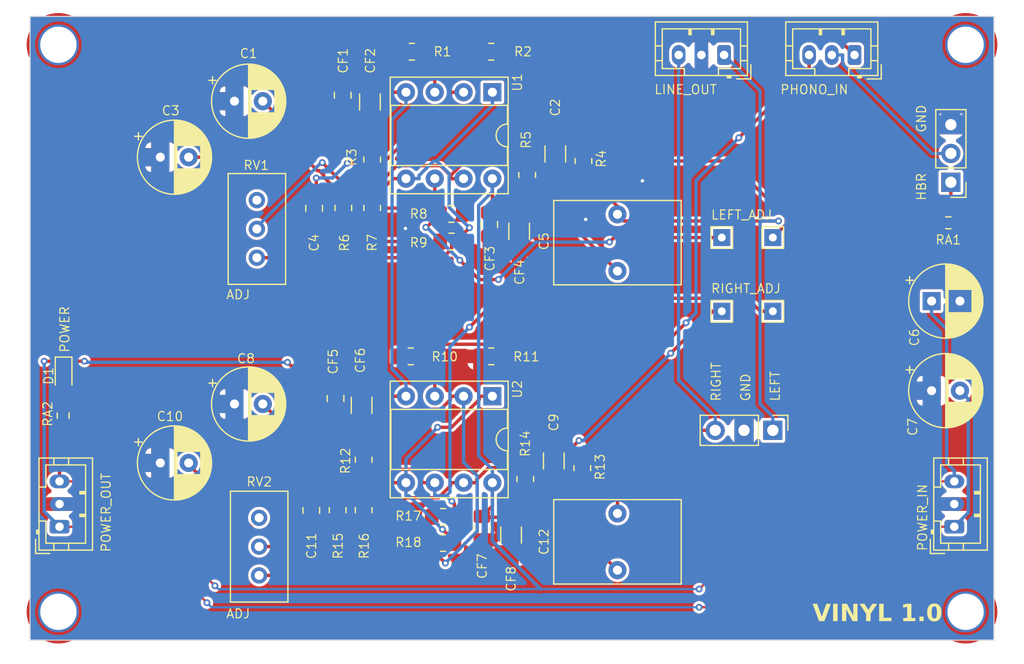
<source format=kicad_pcb>
(kicad_pcb (version 20240108) (generator "pcbnew") (generator_version "8.0")
  (layers (0 "F.Cu" signal) (31 "B.Cu" signal) (34 "B.Paste" user) (35 "F.Paste" user) (36 "B.SilkS" user "B.Silkscreen") (37 "F.SilkS" user "F.Silkscreen") (38 "B.Mask" user) (39 "F.Mask" user) (44 "Edge.Cuts" user))
  (net 0 "")
  (net 1 "V-")
  (net 2 "V+")
  (net 3 "LEFTIN")
  (net 4 "RIGHTIN")
  (net 5 "LEFTOUT")
  (net 6 "RIGHTOUT")
  (net 7 "AGND")
  (net 9 "Net-(C1-Pad2)")
  (net 10 "Net-(C2-Pad2)")
  (net 11 "Net-(U1-InA-)")
  (net 12 "Net-(C3-Pad2)")
  (net 14 "Net-(C4-Pad2)")
  (net 15 "Net-(U2-InA-)")
  (net 16 "Net-(D1-A)")
  (net 17 "Net-(U1-InB-)")
  (net 18 "Net-(U1-InB+)")
  (net 19 "Net-(U1-OutB)")
  (net 20 "Net-(U1-InA+)")
  (net 21 "Net-(C8-Pad2)")
  (net 22 "Net-(U2-InB-)")
  (net 23 "Net-(U2-InB+)")
  (net 24 "Net-(U2-OutB)")
  (net 25 "Net-(U2-InA+)")
  (net 26 "Net-(C12-Pad1)")
  (net 27 "GNDIN")
  (net 28 "Net-(C10-Pad2)")
  (net 29 "Net-(C11-Pad2)")
  (net 30 "Net-(J3-Pin_1)")
  (net 31 "Net-(R8-Pad1)")
  (net 32 "Net-(R17-Pad1)")
  (footprint "Resistor_SMD:R_0805_2012Metric_Pad1.20x1.40mm_HandSolder" (layer "F.Cu") (at 164.97 110.5748)
    (property "Reference" "R10")
    (property "Value" "2K2")
  )
  (footprint "MountingHole:MountingHole_3.2mm_M3_DIN965_Pad_TopOnly" (layer "F.Cu") (at 213.9 133.1)
    (property "Reference" "H4" (hide yes))
    (property "Value" "MountingHole")
  )
  (footprint "Resistor_SMD:R_0805_2012Metric_Pad1.20x1.40mm_HandSolder" (layer "F.Cu") (at 160.82 119.6924 -90)
    (property "Reference" "R12")
    (property "Value" "4.7K")
  )
  (footprint "Package_DIP:DIP-8_W7.62mm_Socket" (layer "F.Cu") (at 172.17 87.2849 -90)
    (property "Reference" "U1")
    (property "Value" "OPA2134")
  )
  (footprint "Resistor_SMD:R_0805_2012Metric_Pad1.20x1.40mm_HandSolder" (layer "F.Cu") (at 175.07 121.3924 90)
    (property "Reference" "R14")
    (property "Value" "750R")
  )
  (footprint "Capacitor_SMD:C_0805_2012Metric_Pad1.18x1.45mm_HandSolder" (layer "F.Cu") (at 171.8924 98.9474 90)
    (property "Reference" "CF3")
    (property "Value" "0.1u")
  )
  (footprint "Connector_JST:JST_PH_B3B-PH-K_1x03_P2.00mm_Vertical" (layer "F.Cu") (at 134 125.6 90)
    (property "Reference" "J5" (hide yes))
    (property "Value" "Conn_01x03_Male")
  )
  (footprint "Resistor_SMD:R_0805_2012Metric_Pad1.20x1.40mm_HandSolder" (layer "F.Cu") (at 175.2386 94.5849 90)
    (property "Reference" "R5")
    (property "Value" "750R")
  )
  (footprint "Capacitor_THT:C_Rect_L7.2mm_W11.0mm_P5.00mm_FKS2_FKP2_MKS2_MKP2" (layer "F.Cu") (at 183.2 103.05 90)
    (property "Reference" "C5")
    (property "Value" "1U WIMA 63VDC")
  )
  (footprint "Resistor_SMD:R_0805_2012Metric_Pad1.20x1.40mm_HandSolder" (layer "F.Cu") (at 172.07 83.7124)
    (property "Reference" "R2")
    (property "Value" "47K")
  )
  (footprint "Resistor_SMD:R_0805_2012Metric_Pad1.20x1.40mm_HandSolder" (layer "F.Cu") (at 172.07 110.5748)
    (property "Reference" "R11")
    (property "Value" "47K")
  )
  (footprint "Resistor_SMD:R_0805_2012Metric_Pad1.20x1.40mm_HandSolder" (layer "F.Cu") (at 168.5536 98.0174 180)
    (property "Reference" "R8")
    (property "Value" "100K")
  )
  (footprint "Resistor_SMD:R_0603_1608Metric" (layer "F.Cu") (at 134.32 115.8 -90)
    (property "Reference" "RA2")
    (property "Value" "10K")
  )
  (footprint "Capacitor_THT:CP_Radial_D6.3mm_P2.50mm" (layer "F.Cu") (at 210.9 113.6)
    (property "Reference" "C7")
    (property "Value" "100U 16V")
  )
  (footprint "Capacitor_SMD:C_1206_3216Metric_Pad1.33x1.80mm_HandSolder" (layer "F.Cu") (at 177.585 119.7999 -90)
    (property "Reference" "C9")
    (property "Value" "0.1U C0G")
  )
  (footprint "Package_DIP:DIP-8_W7.62mm_Socket" (layer "F.Cu") (at 172.17 114.0924 -90)
    (property "Reference" "U2")
    (property "Value" "OPA2134")
  )
  (footprint "MountingHole:MountingHole_3.2mm_M3_DIN965_Pad_TopOnly" (layer "F.Cu") (at 133.9 133.1)
    (property "Reference" "H3" (hide yes))
    (property "Value" "MountingHole")
  )
  (footprint "Resistor_SMD:R_0805_2012Metric_Pad1.20x1.40mm_HandSolder" (layer "F.Cu") (at 180.2 93.35 -90)
    (property "Reference" "R4")
    (property "Value" "100K")
  )
  (footprint "TestPoint:TestPoint_THTPad_1.5x1.5mm_Drill0.7mm" (layer "F.Cu") (at 196.9 100.1 180)
    (property "Reference" "TP2" (hide yes))
    (property "Value" "TestPoint")
  )
  (footprint "Connector_JST:JST_PH_B3B-PH-K_1x03_P2.00mm_Vertical" (layer "F.Cu") (at 204.1 84 180)
    (property "Reference" "J2" (hide yes))
    (property "Value" "Conn_01x03_Male")
  )
  (footprint "TestPoint:TestPoint_THTPad_1.5x1.5mm_Drill0.7mm" (layer "F.Cu") (at 192.4 100.1 180)
    (property "Reference" "TP1" (hide yes))
    (property "Value" "TestPoint")
  )
  (footprint "Capacitor_SMD:C_1206_3216Metric_Pad1.33x1.80mm_HandSolder" (layer "F.Cu") (at 161.37 88.1474 90)
    (property "Reference" "CF2")
    (property "Value" "10u")
  )
  (footprint "Resistor_SMD:R_0805_2012Metric_Pad1.20x1.40mm_HandSolder" (layer "F.Cu") (at 161.57 97.49 -90)
    (property "Reference" "R7")
    (property "Value" "10K")
  )
  (footprint "MountingHole:MountingHole_3.2mm_M3_DIN965_Pad_TopOnly" (layer "F.Cu") (at 213.9 83.1)
    (property "Reference" "H2" (hide yes))
    (property "Value" "MountingHole")
  )
  (footprint "Capacitor_SMD:C_0805_2012Metric_Pad1.18x1.45mm_HandSolder" (layer "F.Cu") (at 158.3385 114.2924 90)
    (property "Reference" "CF5")
    (property "Value" "0.1u")
  )
  (footprint "Resistor_SMD:R_0805_2012Metric_Pad1.20x1.40mm_HandSolder" (layer "F.Cu") (at 165.07 83.7124 180)
    (property "Reference" "R1")
    (property "Value" "2K2")
  )
  (footprint "Resistor_SMD:R_0805_2012Metric_Pad1.20x1.40mm_HandSolder" (layer "F.Cu") (at 158.525 124.1374 90)
    (property "Reference" "R15")
    (property "Value" "2K7")
  )
  (footprint "LED_SMD:LED_0603_1608Metric_Pad1.05x0.95mm_HandSolder" (layer "F.Cu") (at 134.36 112.3 -90)
    (property "Reference" "D1")
    (property "Value" "YELLOW")
  )
  (footprint "Connector_JST:JST_PH_B3B-PH-K_1x03_P2.00mm_Vertical" (layer "F.Cu") (at 192.6 84 180)
    (property "Reference" "J1" (hide yes))
    (property "Value" "Conn_01x03_Male")
  )
  (footprint "Capacitor_SMD:C_1206_3216Metric_Pad1.33x1.80mm_HandSolder" (layer "F.Cu") (at 174.5312 99.5474 90)
    (property "Reference" "CF4")
    (property "Value" "10u")
  )
  (footprint "Capacitor_SMD:C_0805_2012Metric_Pad1.18x1.45mm_HandSolder" (layer "F.Cu") (at 171.2424 125.7299 90)
    (property "Reference" "CF7")
    (property "Value" "0.1u")
  )
  (footprint "Capacitor_THT:C_Rect_L7.2mm_W11.0mm_P5.00mm_FKS2_FKP2_MKS2_MKP2" (layer "F.Cu") (at 183.2 129.4299 90)
    (property "Reference" "C12")
    (property "Value" "1U WIMA 63VDC")
  )
  (footprint "Resistor_SMD:R_0805_2012Metric_Pad1.20x1.40mm_HandSolder" (layer "F.Cu") (at 160.82 124.1374 -90)
    (property "Reference" "R16")
    (property "Value" "10K")
  )
  (footprint "Capacitor_SMD:C_0805_2012Metric_Pad1.18x1.45mm_HandSolder" (layer "F.Cu") (at 156.2 124.1674 -90)
    (property "Reference" "C11")
    (property "Value" "22N C0G")
  )
  (footprint "Capacitor_SMD:C_1206_3216Metric_Pad1.33x1.80mm_HandSolder" (layer "F.Cu") (at 177.7193 92.72 -90)
    (property "Reference" "C2")
    (property "Value" "0.1U C0G")
  )
  (footprint "Connector_PinHeader_2.54mm:PinHeader_1x03_P2.54mm_Vertical" (layer "F.Cu") (at 196.9 117.1 -90)
    (property "Reference" "J4" (hide yes))
    (property "Value" "Conn_01x03_Male")
  )
  (footprint "TestPoint:TestPoint_THTPad_1.5x1.5mm_Drill0.7mm" (layer "F.Cu") (at 196.9 106.6)
    (property "Reference" "TP4" (hide yes))
    (property "Value" "TestPoint")
  )
  (footprint "MountingHole:MountingHole_3.2mm_M3_DIN965_Pad_TopOnly" (layer "F.Cu") (at 133.9 83.1)
    (property "Reference" "H1" (hide yes))
    (property "Value" "MountingHole")
  )
  (footprint "Potentiometer_THT:Potentiometer_Bourns_3296W_Vertical" (layer "F.Cu") (at 151.6 124.8124 90)
    (property "Reference" "RV2")
    (property "Value" "25K")
  )
  (footprint "Capacitor_SMD:C_1206_3216Metric_Pad1.33x1.80mm_HandSolder" (layer "F.Cu") (at 173.82 126.3299 90)
    (property "Reference" "CF8")
    (property "Value" "10u")
  )
  (footprint "Resistor_SMD:R_0805_2012Metric_Pad1.20x1.40mm_HandSolder" (layer "F.Cu") (at 167.82 124.7299)
    (property "Reference" "R17")
    (property "Value" "100K")
  )
  (footprint "Capacitor_THT:CP_Radial_D6.3mm_P2.50mm" (layer "F.Cu") (at 142.8876 93.0124)
    (property "Reference" "C3")
    (property "Value" "22U")
  )
  (footprint "Capacitor_THT:CP_Radial_D6.3mm_P2.50mm" (layer "F.Cu") (at 149.4254 88.0735)
    (property "Reference" "C1")
    (property "Value" "22U")
  )
  (footprint "Resistor_SMD:R_0805_2012Metric_Pad1.20x1.40mm_HandSolder" (layer "F.Cu") (at 180.1 120.4299 -90)
    (property "Reference" "R13")
    (property "Value" "100K")
  )
  (footprint "Capacitor_SMD:C_0805_2012Metric_Pad1.18x1.45mm_HandSolder" (layer "F.Cu") (at 158.97 87.55 90)
    (property "Reference" "CF1")
    (property "Value" "0.1u")
  )
  (footprint "Capacitor_SMD:C_0805_2012Metric_Pad1.18x1.45mm_HandSolder" (layer "F.Cu") (at 156.45 97.52 -90)
    (property "Reference" "C4")
    (property "Value" "22N C0G")
  )
  (footprint "TestPoint:TestPoint_THTPad_1.5x1.5mm_Drill0.7mm" (layer "F.Cu") (at 192.4 106.6)
    (property "Reference" "TP3" (hide yes))
    (property "Value" "TestPoint")
  )
  (footprint "Connector_PinHeader_2.54mm:PinHeader_1x03_P2.54mm_Vertical" (layer "F.Cu") (at 212.6 95.225 180)
    (property "Reference" "J3" (hide yes))
    (property "Value" "Conn_01x03_Pin")
  )
  (footprint "Resistor_SMD:R_0603_1608Metric" (layer "F.Cu") (at 212.375 98.8)
    (property "Reference" "RA1")
    (property "Value" "20R")
  )
  (footprint "Resistor_SMD:R_0805_2012Metric_Pad1.20x1.40mm_HandSolder" (layer "F.Cu") (at 159.025 97.49 -90)
    (property "Reference" "R6")
    (property "Value" "2K7")
  )
  (footprint "Resistor_SMD:R_0805_2012Metric_Pad1.20x1.40mm_HandSolder" (layer "F.Cu") (at 167.82 127.0299)
    (property "Reference" "R18")
    (property "Value" "180K")
  )
  (footprint "Capacitor_THT:CP_Radial_D6.3mm_P2.50mm" (layer "F.Cu") (at 149.4254 114.7748)
    (property "Reference" "C8")
    (property "Value" "22U")
  )
  (footprint "Capacitor_THT:CP_Radial_D6.3mm_P2.50mm" (layer "F.Cu") (at 142.8876 119.9748)
    (property "Reference" "C10")
    (property "Value" "22U")
  )
  (footprint "Potentiometer_THT:Potentiometer_Bourns_3296W_Vertical" (layer "F.Cu") (at 151.4 96.8 90)
    (property "Reference" "RV1")
    (property "Value" "25K")
  )
  (footprint "Capacitor_THT:CP_Radial_D6.3mm_P2.50mm" (layer "F.Cu") (at 210.9 105.7)
    (property "Reference" "C6")
    (property "Value" "100U 16V")
  )
  (footprint "Capacitor_SMD:C_1206_3216Metric_Pad1.33x1.80mm_HandSolder" (layer "F.Cu") (at 160.6385 114.8924 90)
    (property "Reference" "CF6")
    (property "Value" "10u")
  )
  (footprint "Resistor_SMD:R_0805_2012Metric_Pad1.20x1.40mm_HandSolder" (layer "F.Cu") (at 168.57 100.45)
    (property "Reference" "R9")
    (property "Value" "180K")
  )
  (footprint "Connector_JST:JST_PH_B3B-PH-K_1x03_P2.00mm_Vertical" (layer "F.Cu") (at 212.9 125.6 90)
    (property "Reference" "J6" (hide yes))
    (property "Value" "Conn_01x03_Male")
  )
  (footprint "Resistor_SMD:R_0805_2012Metric_Pad1.20x1.40mm_HandSolder" (layer "F.Cu") (at 161.57 93.2124 -90)
    (property "Reference" "R3")
    (property "Value" "4.7K")
  )
  (gr_line (start 216.4 80.6) (end 216.4 135.6) (stroke (width 0.1)) (layer "Edge.Cuts"))
  (gr_line (start 131.4 80.6) (end 216.4 80.6) (stroke (width 0.1)) (layer "Edge.Cuts"))
  (gr_line (start 216.4 135.6) (end 131.4 135.6) (stroke (width 0.1)) (layer "Edge.Cuts"))
  (gr_line (start 131.4 80.6) (end 131.4 135.6) (stroke (width 0.1)) (layer "Edge.Cuts"))
  (gr_text "PHONO_IN" (at 197.5 87.05 0) (layer "F.SilkS") (effects (font (size 0.8 0.8) (thickness 0.1)) (justify left)))
  (gr_text "RIGHT_ADJ" (at 191.4 104.6 0) (layer "F.SilkS") (effects (font (size 0.8 0.8) (thickness 0.1)) (justify left)))
  (gr_text "VINYL 1.0" (at 200.4 133.3 0) (layer "F.SilkS") (effects (font (size 1.5 1.5) (thickness 0.3) (bold yes)) (justify left)))
  (gr_text "GND\n" (at 194.5 114.6 90) (layer "F.SilkS") (effects (font (size 0.8 0.8) (thickness 0.1)) (justify left)))
  (gr_text "LINE_OUT" (at 186.4 87.05 0) (layer "F.SilkS") (effects (font (size 0.8 0.8) (thickness 0.1)) (justify left)))
  (gr_text "LEFT_ADJ" (at 191.4 98.1 0) (layer "F.SilkS") (effects (font (size 0.8 0.8) (thickness 0.1)) (justify left)))
  (gr_text "POWER_IN" (at 210.1 127.8 90) (layer "F.SilkS") (effects (font (size 0.8 0.8) (thickness 0.1)) (justify left)))
  (gr_text "POWER" (at 134.459993 110.299994 90) (layer "F.SilkS") (effects (font (size 0.8 0.8) (thickness 0.1)) (justify left)))
  (gr_text "GND" (at 210 90.9 90) (layer "F.SilkS") (effects (font (size 0.8 0.8) (thickness 0.1)) (justify left)))
  (gr_text "HBR\n" (at 210 96.9 90) (layer "F.SilkS") (effects (font (size 0.8 0.8) (thickness 0.1)) (justify left)))
  (gr_text "ADJ" (at 150.87 105.13 0) (layer "F.SilkS") (effects (font (size 0.8 0.8) (thickness 0.1)) (justify right)))
  (gr_text "ADJ" (at 150.87 133.2748 0) (layer "F.SilkS") (effects (font (size 0.8 0.8) (thickness 0.1)) (justify right)))
  (gr_text "POWER_OUT" (at 138.1 127.9 90) (layer "F.SilkS") (effects (font (size 0.8 0.8) (thickness 0.1)) (justify left)))
  (gr_text "RIGHT" (at 191.9 114.6 90) (layer "F.SilkS") (effects (font (size 0.8 0.8) (thickness 0.1)) (justify left)))
  (gr_text "LEFT" (at 197.1 114.6 90) (layer "F.SilkS") (effects (font (size 0.8 0.8) (thickness 0.1)) (justify left)))
  (segment (start 147 132.3) (end 140.3 125.6) (width 0.2) (layer "F.Cu") (net 1))
  (segment (start 140.3 125.6) (end 134 125.6) (width 0.2) (layer "F.Cu") (net 1))
  (segment (start 132.6471 111.0049) (end 133.9399 111.0049) (width 0.3) (layer "F.Cu") (net 1))
  (segment (start 159.0424 86.5849) (end 161.37 86.5849) (width 0.3) (layer "F.Cu") (net 1))
  (segment (start 136.2 111) (end 134.785 111) (width 0.3) (layer "F.Cu") (net 1))
  (segment (start 200.5 125.6) (end 193.4 132.7) (width 0.2) (layer "F.Cu") (net 1))
  (segment (start 156.5086 111.425) (end 158.3385 113.2549) (width 0.3) (layer "F.Cu") (net 1))
  (segment (start 156.5086 111.425) (end 154.425 111.425) (width 0.3) (layer "F.Cu") (net 1))
  (segment (start 162.6983 86.5849) (end 163.3983 87.2849) (width 0.3) (layer "F.Cu") (net 1))
  (segment (start 162.6358 113.3299) (end 163.3983 114.0924) (width 0.3) (layer "F.Cu") (net 1))
  (segment (start 133.9399 111.0049) (end 134.36 111.425) (width 0.3) (layer "F.Cu") (net 1))
  (segment (start 154.425 111.425) (end 154.1 111.1) (width 0.3) (layer "F.Cu") (net 1))
  (segment (start 164.55 87.2849) (end 163.3983 87.2849) (width 0.3) (layer "F.Cu") (net 1))
  (segment (start 212.9 125.6) (end 200.5 125.6) (width 0.2) (layer "F.Cu") (net 1))
  (segment (start 164.55 114.0924) (end 163.3983 114.0924) (width 0.3) (layer "F.Cu") (net 1))
  (segment (start 161.37 86.5849) (end 162.6983 86.5849) (width 0.3) (layer "F.Cu") (net 1))
  (segment (start 193.4 132.7) (end 190.4 132.7) (width 0.2) (layer "F.Cu") (net 1))
  (segment (start 160.6385 113.3299) (end 158.4135 113.3299) (width 0.3) (layer "F.Cu") (net 1))
  (segment (start 160.6385 113.3299) (end 162.6358 113.3299) (width 0.3) (layer "F.Cu") (net 1))
  (segment (start 134.785 111) (end 134.36 111.425) (width 0.3) (layer "F.Cu") (net 1))
  (via (at 147 132.3) (size 0.6) (drill 0.3) (layers "F.Cu" "B.Cu") (net 1))
  (via (at 154.1 111.1) (size 0.6) (drill 0.3) (layers "F.Cu" "B.Cu") (net 1))
  (via (at 190.4 132.7) (size 0.6) (drill 0.3) (layers "F.Cu" "B.Cu") (net 1))
  (via (at 136.2 111) (size 0.6) (drill 0.3) (layers "F.Cu" "B.Cu") (net 1))
  (via (at 132.6471 111.0049) (size 0.6) (drill 0.3) (layers "F.Cu" "B.Cu") (net 1))
  (segment (start 136.3 111.1) (end 136.2 111) (width 0.3) (layer "B.Cu") (net 1))
  (segment (start 214.1387 114.3387) (end 213.4 113.6) (width 0.3) (layer "B.Cu") (net 1))
  (segment (start 147.4 132.7) (end 147 132.3) (width 0.2) (layer "B.Cu") (net 1))
  (segment (start 164.55 87.2849) (end 164.55 88.4366) (width 0.3) (layer "B.Cu") (net 1))
  (segment (start 190.4 132.7) (end 147.4 132.7) (width 0.2) (layer "B.Cu") (net 1))
  (segment (start 164.55 112.9407) (end 163.3242 111.7149) (width 0.3) (layer "B.Cu") (net 1))
  (segment (start 214.1387 124.3613) (end 214.1387 114.3387) (width 0.3) (layer "B.Cu") (net 1))
  (segment (start 134 125.6) (end 132.6471 124.2471) (width 0.3) (layer "B.Cu") (net 1))
  (segment (start 163.3242 89.6624) (end 164.55 88.4366) (width 0.3) (layer "B.Cu") (net 1))
  (segment (start 212.9 125.6) (end 214.1387 124.3613) (width 0.3) (layer "B.Cu") (net 1))
  (segment (start 154.1 111.1) (end 136.3 111.1) (width 0.3) (layer "B.Cu") (net 1))
  (segment (start 132.6471 124.2471) (end 132.6471 111.0049) (width 0.3) (layer "B.Cu") (net 1))
  (segment (start 164.55 114.0924) (end 164.55 112.9407) (width 0.3) (layer "B.Cu") (net 1))
  (segment (start 163.3242 111.7149) (end 163.3242 89.6624) (width 0.3) (layer "B.Cu") (net 1))
  (segment (start 134.4 120.2483) (end 134 120.6483) (width 0.3) (layer "F.Cu") (net 2))
  (segment (start 172.17 97.6323) (end 172.17 94.9049) (width 0.3) (layer "F.Cu") (net 2))
  (segment (start 171.2424 124.6924) (end 172.17 123.7648) (width 0.3) (layer "F.Cu") (net 2))
  (segment (start 138.1 121.6) (end 134 121.6) (width 0.2) (layer "F.Cu") (net 2))
  (segment (start 173.82 124.7674) (end 171.3174 124.7674) (width 0.3) (layer "F.Cu") (net 2))
  (segment (start 138.5 122) (end 138.1 121.6) (width 0.2) (layer "F.Cu") (net 2))
  (segment (start 212.9 121.6) (end 199.9 121.6) (width 0.2) (layer "F.Cu") (net 2))
  (segment (start 147.7 130.8) (end 138.9 122) (width 0.2) (layer "F.Cu") (net 2))
  (segment (start 172.17 123.7648) (end 172.17 121.7124) (width 0.3) (layer "F.Cu") (net 2))
  (segment (start 134.4 116.625) (end 134.4 120.2483) (width 0.3) (layer "F.Cu") (net 2))
  (segment (start 174.5312 97.9849) (end 171.9674 97.9849) (width 0.3) (layer "F.Cu") (net 2))
  (segment (start 138.9 122) (end 138.5 122) (width 0.2) (layer "F.Cu") (net 2))
  (segment (start 199.9 121.6) (end 190.4 131.1) (width 0.2) (layer "F.Cu") (net 2))
  (segment (start 134 121.6) (end 134 120.6483) (width 0.3) (layer "F.Cu") (net 2))
  (via (at 190.4 131.1) (size 0.6) (drill 0.3) (layers "F.Cu" "B.Cu") (net 2))
  (via (at 147.7 130.8) (size 0.6) (drill 0.3) (layers "F.Cu" "B.Cu") (net 2))
  (segment (start 190.4 131.1) (end 176.415 131.1) (width 0.2) (layer "B.Cu") (net 2))
  (segment (start 172.17 120.5607) (end 170.9599 119.3506) (width 0.3) (layer "B.Cu") (net 2))
  (segment (start 172.17 94.9049) (end 172.17 96.0566) (width 0.3) (layer "B.Cu") (net 2))
  (segment (start 210.9 105.7) (end 210.9 106.8517) (width 0.3) (layer "B.Cu") (net 2))
  (segment (start 212.2307 108.1824) (end 212.2307 119.979) (width 0.3) (layer "B.Cu") (net 2))
  (segment (start 212.9 121.6) (end 212.9 120.6483) (width 0.3) (layer "B.Cu") (net 2))
  (segment (start 170.9599 119.3506) (end 170.9599 97.2667) (width 0.3) (layer "B.Cu") (net 2))
  (segment (start 172.17 126.855) (end 172.17 121.7124) (width 0.3) (layer "B.Cu") (net 2))
  (segment (start 172.17 121.7124) (end 172.17 120.5607) (width 0.3) (layer "B.Cu") (net 2))
  (segment (start 176.415 131.1) (end 172.17 126.855) (width 0.3) (layer "B.Cu") (net 2))
  (segment (start 212.2307 119.979) (end 212.9 120.6483) (width 0.3) (layer "B.Cu") (net 2))
  (segment (start 176.415 131.1) (end 148 131.1) (width 0.2) (layer "B.Cu") (net 2))
  (segment (start 210.9 106.8517) (end 212.2307 108.1824) (width 0.3) (layer "B.Cu") (net 2))
  (segment (start 170.9599 97.2667) (end 172.17 96.0566) (width 0.3) (layer "B.Cu") (net 2))
  (segment (start 148 131.1) (end 147.7 130.8) (width 0.2) (layer "B.Cu") (net 2))
  (segment (start 172.0015 82.6439) (end 173.07 83.7124) (width 0.3) (layer "F.Cu") (net 3))
  (segment (start 204.1 84) (end 202.8387 82.7387) (width 0.3) (layer "F.Cu") (net 3))
  (segment (start 166.07 83.7124) (end 167.1385 82.6439) (width 0.3) (layer "F.Cu") (net 3))
  (segment (start 174.0437 82.7387) (end 173.07 83.7124) (width 0.3) (layer "F.Cu") (net 3))
  (segment (start 202.8387 82.7387) (end 174.0437 82.7387) (width 0.3) (layer "F.Cu") (net 3))
  (segment (start 167.1385 82.6439) (end 172.0015 82.6439) (width 0.3) (layer "F.Cu") (net 3))
  (segment (start 200.1 85.1) (end 200.1 84) (width 0.3) (layer "F.Cu") (net 4))
  (segment (start 163.97 110.5748) (end 165.038 109.5068) (width 0.3) (layer "F.Cu") (net 4))
  (segment (start 165.038 109.5068) (end 172.002 109.5068) (width 0.3) (layer "F.Cu") (net 4))
  (segment (start 186.2832 110.5748) (end 173.07 110.5748) (width 0.3) (layer "F.Cu") (net 4))
  (segment (start 189.2413 107.6167) (end 186.2832 110.5748) (width 0.3) (layer "F.Cu") (net 4))
  (segment (start 193.9 91.3) (end 200.1 85.1) (width 0.3) (layer "F.Cu") (net 4))
  (segment (start 172.002 109.5068) (end 173.07 110.5748) (width 0.3) (layer "F.Cu") (net 4))
  (via (at 189.2413 107.6167) (size 0.6) (drill 0.3) (layers "F.Cu" "B.Cu") (net 4))
  (via (at 193.9 91.3) (size 0.6) (drill 0.3) (layers "F.Cu" "B.Cu") (net 4))
  (segment (start 190.129 106.729) (end 190.129 95.071) (width 0.3) (layer "B.Cu") (net 4))
  (segment (start 190.129 95.071) (end 193.9 91.3) (width 0.3) (layer "B.Cu") (net 4))
  (segment (start 190.129 106.729) (end 189.2413 107.6167) (width 0.3) (layer "B.Cu") (net 4))
  (segment (start 183.2 97.35) (end 183.2 98.05) (width 0.3) (layer "F.Cu") (net 5))
  (segment (start 197.405 98.6405) (end 183.7905 98.6405) (width 0.3) (layer "F.Cu") (net 5))
  (segment (start 183.7905 98.6405) (end 183.2 98.05) (width 0.3) (layer "F.Cu") (net 5))
  (segment (start 180.2 94.35) (end 183.2 97.35) (width 0.3) (layer "F.Cu") (net 5))
  (via (at 197.405 98.6405) (size 0.6) (drill 0.3) (layers "F.Cu" "B.Cu") (net 5))
  (segment (start 195.7734 114.7717) (end 195.7734 98.6405) (width 0.3) (layer "B.Cu") (net 5))
  (segment (start 195.7734 98.6405) (end 197.405 98.6405) (width 0.3) (layer "B.Cu") (net 5))
  (segment (start 196.9 115.8983) (end 195.7734 114.7717) (width 0.3) (layer "B.Cu") (net 5))
  (segment (start 195.7734 87.1734) (end 195.7734 98.6405) (width 0.3) (layer "B.Cu") (net 5))
  (segment (start 196.9 117.1) (end 196.9 115.8983) (width 0.3) (layer "B.Cu") (net 5))
  (segment (start 192.6 84) (end 195.7734 87.1734) (width 0.3) (layer "B.Cu") (net 5))
  (segment (start 186.2884 121.4299) (end 183.2 121.4299) (width 0.3) (layer "F.Cu") (net 6))
  (segment (start 190.6183 117.1) (end 186.2884 121.4299) (width 0.3) (layer "F.Cu") (net 6))
  (segment (start 183.2 124.4299) (end 183.2 121.4299) (width 0.3) (layer "F.Cu") (net 6))
  (segment (start 191.82 117.1) (end 190.6183 117.1) (width 0.3) (layer "F.Cu") (net 6))
  (segment (start 183.2 121.4299) (end 180.1 121.4299) (width 0.3) (layer "F.Cu") (net 6))
  (segment (start 191.82 117.1) (end 191.82 115.8983) (width 0.3) (layer "B.Cu") (net 6))
  (segment (start 188.6 85.2267) (end 188.5896 85.2371) (width 0.3) (layer "B.Cu") (net 6))
  (segment (start 188.6 84) (end 188.6 85.2267) (width 0.3) (layer "B.Cu") (net 6))
  (segment (start 188.5896 85.2371) (end 188.5896 112.6679) (width 0.3) (layer "B.Cu") (net 6))
  (segment (start 188.5896 112.6679) (end 191.82 115.8983) (width 0.3) (layer "B.Cu") (net 6))
  (via (at 164.5 99.3) (size 0.6) (drill 0.3) (layers "F.Cu" "B.Cu") (net 7))
  (via (at 180.4 98.5) (size 0.6) (drill 0.3) (layers "F.Cu" "B.Cu") (net 7))
  (via (at 185.4 95.1) (size 0.6) (drill 0.3) (layers "F.Cu" "B.Cu") (net 7))
  (segment (start 156.0643 92.2124) (end 151.9254 88.0735) (width 0.3) (layer "F.Cu") (net 9))
  (segment (start 161.57 92.2124) (end 156.0643 92.2124) (width 0.3) (layer "F.Cu") (net 9))
  (segment (start 176.4169 95.5849) (end 175.2386 95.5849) (width 0.3) (layer "F.Cu") (net 10))
  (segment (start 176.4169 96.2669) (end 176.4169 95.5849) (width 0.3) (layer "F.Cu") (net 10))
  (segment (start 177.7193 94.2825) (end 176.4169 95.5849) (width 0.3) (layer "F.Cu") (net 10))
  (segment (start 183.2 103.05) (end 176.4169 96.2669) (width 0.3) (layer "F.Cu") (net 10))
  (segment (start 169.63 87.2849) (end 168.4783 87.2849) (width 0.3) (layer "F.Cu") (net 11))
  (segment (start 155.3686 97.5639) (end 156.45 96.4825) (width 0.3) (layer "F.Cu") (net 11))
  (segment (start 168.4783 87.2849) (end 168.4783 87.5872) (width 0.3) (layer "F.Cu") (net 11))
  (segment (start 156.6375 96.295) (end 156.6375 94.848) (width 0.3) (layer "F.Cu") (net 11))
  (segment (start 159.3696 93.551) (end 160.9086 93.551) (width 0.3) (layer "F.Cu") (net 11))
  (segment (start 167.57 100.45) (end 156.6139 100.45) (width 0.3) (layer "F.Cu") (net 11))
  (segment (start 168.4783 87.5872) (end 161.8531 94.2124) (width 0.3) (layer "F.Cu") (net 11))
  (segment (start 155.3686 99.2047) (end 155.3686 97.5639) (width 0.3) (layer "F.Cu") (net 11))
  (segment (start 156.6139 100.45) (end 155.3686 99.2047) (width 0.3) (layer "F.Cu") (net 11))
  (segment (start 160.9086 93.551) (end 161.57 94.2124) (width 0.3) (layer "F.Cu") (net 11))
  (via (at 156.6375 94.848) (size 0.6) (drill 0.3) (layers "F.Cu" "B.Cu") (net 11))
  (via (at 159.3696 93.551) (size 0.6) (drill 0.3) (layers "F.Cu" "B.Cu") (net 11))
  (segment (start 158.0726 94.848) (end 159.3696 93.551) (width 0.3) (layer "B.Cu") (net 11))
  (segment (start 156.6375 94.848) (end 158.0726 94.848) (width 0.3) (layer "B.Cu") (net 11))
  (segment (start 156.9074 94.1963) (end 156.7313 94.1963) (width 0.3) (layer "F.Cu") (net 12))
  (segment (start 159.025 96.49) (end 157.2892 94.7542) (width 0.3) (layer "F.Cu") (net 12))
  (segment (start 157.2892 94.5781) (end 156.9074 94.1963) (width 0.3) (layer "F.Cu") (net 12))
  (segment (start 156.7313 94.1963) (end 155.5474 93.0124) (width 0.3) (layer "F.Cu") (net 12))
  (segment (start 155.5474 93.0124) (end 145.3876 93.0124) (width 0.3) (layer "F.Cu") (net 12))
  (segment (start 157.2892 94.7542) (end 157.2892 94.5781) (width 0.3) (layer "F.Cu") (net 12))
  (segment (start 157.3454 99.4529) (end 156.45 98.5575) (width 0.3) (layer "F.Cu") (net 14))
  (segment (start 161.57 98.49) (end 160.6071 99.4529) (width 0.3) (layer "F.Cu") (net 14))
  (segment (start 160.6071 99.4529) (end 157.3454 99.4529) (width 0.3) (layer "F.Cu") (net 14))
  (segment (start 166.2683 115.2441) (end 160.82 120.6924) (width 0.3) (layer "F.Cu") (net 15))
  (segment (start 168.4783 114.3804) (end 167.6146 115.2441) (width 0.3) (layer "F.Cu") (net 15))
  (segment (start 167.6146 115.2441) (end 166.2683 115.2441) (width 0.3) (layer "F.Cu") (net 15))
  (segment (start 158.6375 120.6924) (end 160.82 120.6924) (width 0.3) (layer "F.Cu") (net 15))
  (segment (start 156.2 123.1299) (end 158.6375 120.6924) (width 0.3) (layer "F.Cu") (net 15))
  (segment (start 166.82 127.6051) (end 166.82 127.0299) (width 0.3) (layer "F.Cu") (net 15))
  (segment (start 168.4783 114.0924) (end 168.4783 114.3804) (width 0.3) (layer "F.Cu") (net 15))
  (segment (start 168.025 128.8101) (end 166.82 127.6051) (width 0.3) (layer "F.Cu") (net 15))
  (segment (start 169.63 114.0924) (end 168.4783 114.0924) (width 0.3) (layer "F.Cu") (net 15))
  (via (at 168.025 128.8101) (size 0.6) (drill 0.3) (layers "F.Cu" "B.Cu") (net 15))
  (segment (start 169.63 119.9124) (end 170.83 121.1124) (width 0.3) (layer "B.Cu") (net 15))
  (segment (start 170.83 121.1124) (end 170.83 126.0051) (width 0.3) (layer "B.Cu") (net 15))
  (segment (start 169.63 114.0924) (end 169.63 119.9124) (width 0.3) (layer "B.Cu") (net 15))
  (segment (start 170.83 126.0051) (end 168.025 128.8101) (width 0.3) (layer "B.Cu") (net 15))
  (segment (start 134.4 113.215) (end 134.4 114.975) (width 0.3) (layer "F.Cu") (net 16))
  (segment (start 182.9 100.1) (end 182.5 100.5) (width 0.3) (layer "F.Cu") (net 17))
  (segment (start 172.7 103.8) (end 171 103.8) (width 0.3) (layer "F.Cu") (net 17))
  (segment (start 167.09 97.5039) (end 167.09 97.5538) (width 0.3) (layer "F.Cu") (net 17))
  (segment (start 166.3 99.2) (end 166.371 99.2) (width 0.3) (layer "F.Cu") (net 17))
  (segment (start 171 103.8) (end 169.3 102.1) (width 0.3) (layer "F.Cu") (net 17))
  (segment (start 160.0111 97.5039) (end 167.09 97.5039) (width 0.3) (layer "F.Cu") (net 17))
  (segment (start 159.025 98.49) (end 160.0111 97.5039) (width 0.3) (layer "F.Cu") (net 17))
  (segment (start 167.09 94.9049) (end 167.09 97.5039) (width 0.3) (layer "F.Cu") (net 17))
  (segment (start 192.4 100.1) (end 182.9 100.1) (width 0.3) (layer "F.Cu") (net 17))
  (segment (start 166.371 99.2) (end 167.5536 98.0174) (width 0.3) (layer "F.Cu") (net 17))
  (segment (start 167.09 97.5538) (end 167.5536 98.0174) (width 0.3) (layer "F.Cu") (net 17))
  (via (at 172.7 103.8) (size 0.6) (drill 0.3) (layers "F.Cu" "B.Cu") (net 17))
  (via (at 182.5 100.5) (size 0.6) (drill 0.3) (layers "F.Cu" "B.Cu") (net 17))
  (via (at 169.3 102.1) (size 0.6) (drill 0.3) (layers "F.Cu" "B.Cu") (net 17))
  (via (at 166.3 99.2) (size 0.6) (drill 0.3) (layers "F.Cu" "B.Cu") (net 17))
  (segment (start 166.4 99.2) (end 166.3 99.2) (width 0.3) (layer "B.Cu") (net 17))
  (segment (start 169.3 102.1) (end 166.4 99.2) (width 0.3) (layer "B.Cu") (net 17))
  (segment (start 176 100.5) (end 172.7 103.8) (width 0.3) (layer "B.Cu") (net 17))
  (segment (start 182.5 100.5) (end 176 100.5) (width 0.3) (layer "B.Cu") (net 17))
  (segment (start 170.152 99.2337) (end 169.57 99.8157) (width 0.3) (layer "F.Cu") (net 18))
  (segment (start 164.55 94.9049) (end 163.3983 94.9049) (width 0.3) (layer "F.Cu") (net 18))
  (segment (start 169.57 99.8157) (end 169.57 100.45) (width 0.3) (layer "F.Cu") (net 18))
  (segment (start 161.8132 96.49) (end 163.3983 94.9049) (width 0.3) (layer "F.Cu") (net 18))
  (via (at 170.152 99.2337) (size 0.6) (drill 0.3) (layers "F.Cu" "B.Cu") (net 18))
  (segment (start 165.7017 94.6364) (end 166.9831 93.355) (width 0.3) (layer "B.Cu") (net 18))
  (segment (start 165.7017 94.9049) (end 165.7017 94.6364) (width 0.3) (layer "B.Cu") (net 18))
  (segment (start 164.55 94.9049) (end 165.7017 94.9049) (width 0.3) (layer "B.Cu") (net 18))
  (segment (start 172.17 87.2849) (end 172.17 88.4366) (width 0.3) (layer "B.Cu") (net 18))
  (segment (start 172.17 88.4366) (end 167.2516 93.355) (width 0.3) (layer "B.Cu") (net 18))
  (segment (start 167.2515 93.355) (end 167.2516 93.355) (width 0.3) (layer "B.Cu") (net 18))
  (segment (start 166.9831 93.355) (end 167.2515 93.355) (width 0.3) (layer "B.Cu") (net 18))
  (segment (start 168.36 94.4635) (end 168.36 97.4417) (width 0.3) (layer "B.Cu") (net 18))
  (segment (start 167.2516 93.355) (end 168.36 94.4635) (width 0.3) (layer "B.Cu") (net 18))
  (segment (start 168.36 97.4417) (end 170.152 99.2337) (width 0.3) (layer "B.Cu") (net 18))
  (segment (start 198.0762 98.3341) (end 193.0921 93.35) (width 0.3) (layer "F.Cu") (net 19))
  (segment (start 163.7609 93.7532) (end 162.3188 95.1953) (width 0.3) (layer "F.Cu") (net 19))
  (segment (start 168.4783 94.6364) (end 167.5951 93.7532) (width 0.3) (layer "F.Cu") (net 19))
  (segment (start 179.23 93.35) (end 179.0725 93.1925) (width 0.3) (layer "F.Cu") (net 19))
  (segment (start 169.5298 93.5849) (end 168.4783 94.6364) (width 0.3) (layer "F.Cu") (net 19))
  (segment (start 196.9 100.1) (end 198.0762 98.9238) (width 0.3) (layer "F.Cu") (net 19))
  (segment (start 175.2386 93.5849) (end 169.5298 93.5849) (width 0.3) (layer "F.Cu") (net 19))
  (segment (start 168.4783 94.6364) (end 168.4783 94.9049) (width 0.3) (layer "F.Cu") (net 19))
  (segment (start 169.63 94.9049) (end 168.4783 94.9049) (width 0.3) (layer "F.Cu") (net 19))
  (segment (start 167.5951 93.7532) (end 163.7609 93.7532) (width 0.3) (layer "F.Cu") (net 19))
  (segment (start 193.0921 93.35) (end 179.23 93.35) (width 0.3) (layer "F.Cu") (net 19))
  (segment (start 198.0762 98.9238) (end 198.0762 98.3341) (width 0.3) (layer "F.Cu") (net 19))
  (segment (start 179.0725 93.1925) (end 175.631 93.1925) (width 0.3) (layer "F.Cu") (net 19))
  (segment (start 162.3188 95.1953) (end 158.8751 95.1953) (width 0.3) (layer "F.Cu") (net 19))
  (segment (start 158.8751 95.1953) (end 157.1691 93.4893) (width 0.3) (layer "F.Cu") (net 19))
  (via (at 157.1691 93.4893) (size 0.6) (drill 0.3) (layers "F.Cu" "B.Cu") (net 19))
  (segment (start 157.0747 93.4893) (end 151.4 99.164) (width 0.3) (layer "B.Cu") (net 19))
  (segment (start 157.1691 93.4893) (end 157.0747 93.4893) (width 0.3) (layer "B.Cu") (net 19))
  (segment (start 164.07 83.7124) (end 166.4908 86.1332) (width 0.3) (layer "F.Cu") (net 20))
  (segment (start 167.09 87.2849) (end 167.09 86.1332) (width 0.3) (layer "F.Cu") (net 20))
  (segment (start 166.4908 86.1332) (end 167.09 86.1332) (width 0.3) (layer "F.Cu") (net 20))
  (segment (start 151.9254 114.7748) (end 155.843 118.6924) (width 0.3) (layer "F.Cu") (net 21))
  (segment (start 155.843 118.6924) (end 160.82 118.6924) (width 0.3) (layer "F.Cu") (net 21))
  (segment (start 168.82 123.5705) (end 168.82 124.7299) (width 0.3) (layer "F.Cu") (net 22))
  (segment (start 195.7983 106.6) (end 194.6503 105.452) (width 0.3) (layer "F.Cu") (net 22))
  (segment (start 159.7475 121.9149) (end 158.525 123.1374) (width 0.3) (layer "F.Cu") (net 22))
  (segment (start 165.0352 120.5408) (end 162.7072 120.5408) (width 0.3) (layer "F.Cu") (net 22))
  (segment (start 196.9 106.6) (end 195.7983 106.6) (width 0.3) (layer "F.Cu") (net 22))
  (segment (start 167.09 121.7124) (end 165.9383 121.7124) (width 0.3) (layer "F.Cu") (net 22))
  (segment (start 165.9383 121.4439) (end 165.0352 120.5408) (width 0.3) (layer "F.Cu") (net 22))
  (segment (start 172.7019 105.452) (end 170.152 108.0019) (width 0.3) (layer "F.Cu") (net 22))
  (segment (start 168.595 123.3455) (end 168.82 123.5705) (width 0.3) (layer "F.Cu") (net 22))
  (segment (start 161.3331 121.9149) (end 159.7475 121.9149) (width 0.3) (layer "F.Cu") (net 22))
  (segment (start 194.6503 105.452) (end 172.7019 105.452) (width 0.3) (layer "F.Cu") (net 22))
  (segment (start 165.9383 121.7124) (end 165.9383 121.4439) (width 0.3) (layer "F.Cu") (net 22))
  (segment (start 162.7072 120.5408) (end 161.3331 121.9149) (width 0.3) (layer "F.Cu") (net 22))
  (via (at 168.595 123.3455) (size 0.6) (drill 0.3) (layers "F.Cu" "B.Cu") (net 22))
  (via (at 170.152 108.0019) (size 0.6) (drill 0.3) (layers "F.Cu" "B.Cu") (net 22))
  (segment (start 168.1136 122.8641) (end 168.595 123.3455) (width 0.3) (layer "B.Cu") (net 22))
  (segment (start 167.09 122.8641) (end 168.1136 122.8641) (width 0.3) (layer "B.Cu") (net 22))
  (segment (start 168.4311 122.5466) (end 168.1136 122.8641) (width 0.3) (layer "B.Cu") (net 22))
  (segment (start 168.4311 109.7228) (end 168.4311 122.5466) (width 0.3) (layer "B.Cu") (net 22))
  (segment (start 167.09 121.7124) (end 167.09 122.8641) (width 0.3) (layer "B.Cu") (net 22))
  (segment (start 170.152 108.0019) (end 168.4311 109.7228) (width 0.3) (layer "B.Cu") (net 22))
  (segment (start 167.7648 125.8247) (end 168.82 126.8799) (width 0.3) (layer "F.Cu") (net 23))
  (segment (start 161.9733 123.1374) (end 160.82 123.1374) (width 0.3) (layer "F.Cu") (net 23))
  (segment (start 171.0183 114.0924) (end 171.0183 114.3803) (width 0.3) (layer "F.Cu") (net 23))
  (segment (start 163.3983 121.7124) (end 161.9733 123.1374) (width 0.3) (layer "F.Cu") (net 23))
  (segment (start 168.5675 116.8311) (end 167.3421 116.8311) (width 0.3) (layer "F.Cu") (net 23))
  (segment (start 172.17 114.0924) (end 171.0183 114.0924) (width 0.3) (layer "F.Cu") (net 23))
  (segment (start 171.0183 114.3803) (end 168.5675 116.8311) (width 0.3) (layer "F.Cu") (net 23))
  (segment (start 164.55 121.7124) (end 163.3983 121.7124) (width 0.3) (layer "F.Cu") (net 23))
  (via (at 167.7648 125.8247) (size 0.6) (drill 0.3) (layers "F.Cu" "B.Cu") (net 23))
  (via (at 167.3421 116.8311) (size 0.6) (drill 0.3) (layers "F.Cu" "B.Cu") (net 23))
  (segment (start 167.3421 116.8311) (end 164.55 119.6232) (width 0.3) (layer "B.Cu") (net 23))
  (segment (start 164.55 119.6232) (end 164.55 121.7124) (width 0.3) (layer "B.Cu") (net 23))
  (segment (start 164.55 122.8641) (end 164.8042 122.8641) (width 0.3) (layer "B.Cu") (net 23))
  (segment (start 164.55 121.7124) (end 164.55 122.8641) (width 0.3) (layer "B.Cu") (net 23))
  (segment (start 164.8042 122.8641) (end 167.7648 125.8247) (width 0.3) (layer "B.Cu") (net 23))
  (segment (start 192.4 106.6) (end 191.2761 106.6) (width 0.3) (layer "F.Cu") (net 24))
  (segment (start 164.5656 123.0489) (end 167.4103 123.0489) (width 0.3) (layer "F.Cu") (net 24))
  (segment (start 191.6 106.6) (end 187.9 110.3) (width 0.3) (layer "F.Cu") (net 24))
  (segment (start 177.9 119.7999) (end 175.6625 119.7999) (width 0.3) (layer "F.Cu") (net 24))
  (segment (start 151.6 127.3524) (end 160.2621 127.3524) (width 0.3) (layer "F.Cu") (net 24))
  (segment (start 169.63 121.7124) (end 168.4783 121.7124) (width 0.3) (layer "F.Cu") (net 24))
  (segment (start 175.07 120.3924) (end 171.8332 120.3924) (width 0.3) (layer "F.Cu") (net 24))
  (segment (start 160.2621 127.3524) (end 164.5656 123.0489) (width 0.3) (layer "F.Cu") (net 24))
  (segment (start 167.4103 123.0489) (end 168.4783 121.9809) (width 0.3) (layer "F.Cu") (net 24))
  (segment (start 169.63 121.7124) (end 170.7817 121.7124) (width 0.3) (layer "F.Cu") (net 24))
  (segment (start 178.0001 119.7999) (end 177.9 119.7999) (width 0.3) (layer "F.Cu") (net 24))
  (segment (start 171.8332 120.3924) (end 170.7817 121.4439) (width 0.3) (layer "F.Cu") (net 24))
  (segment (start 170.7817 121.4439) (end 170.7817 121.7124) (width 0.3) (layer "F.Cu") (net 24))
  (segment (start 178.0762 119.7999) (end 177.9 119.7999) (width 0.3) (layer "F.Cu") (net 24))
  (segment (start 168.4783 121.9809) (end 168.4783 121.7124) (width 0.3) (layer "F.Cu") (net 24))
  (segment (start 175.6625 119.7999) (end 175.07 120.3924) (width 0.3) (layer "F.Cu") (net 24))
  (segment (start 192.4 106.6) (end 191.6 106.6) (width 0.3) (layer "F.Cu") (net 24))
  (segment (start 179.8 118) (end 178.0001 119.7999) (width 0.3) (layer "F.Cu") (net 24))
  (via (at 187.9 110.3) (size 0.6) (drill 0.3) (layers "F.Cu" "B.Cu") (net 24))
  (via (at 179.8 118) (size 0.6) (drill 0.3) (layers "F.Cu" "B.Cu") (net 24))
  (segment (start 187.9 110.3) (end 180.2 118) (width 0.3) (layer "B.Cu") (net 24))
  (segment (start 180.2 118) (end 179.8 118) (width 0.3) (layer "B.Cu") (net 24))
  (segment (start 167.09 111.6948) (end 167.09 114.0924) (width 0.3) (layer "F.Cu") (net 25))
  (segment (start 165.97 110.5748) (end 167.09 111.6948) (width 0.3) (layer "F.Cu") (net 25))
  (segment (start 176.1 121.3624) (end 175.07 122.3924) (width 0.3) (layer "F.Cu") (net 26))
  (segment (start 177.585 121.3624) (end 176.1 121.3624) (width 0.3) (layer "F.Cu") (net 26))
  (segment (start 176.1625 122.3924) (end 175.07 122.3924) (width 0.3) (layer "F.Cu") (net 26))
  (segment (start 183.2 129.4299) (end 176.1625 122.3924) (width 0.3) (layer "F.Cu") (net 26))
  (segment (start 203.0517 84.8105) (end 203.0517 84) (width 0.3) (layer "B.Cu") (net 27))
  (segment (start 210.9262 92.685) (end 203.0517 84.8105) (width 0.3) (layer "B.Cu") (net 27))
  (segment (start 212.6 92.685) (end 210.9262 92.685) (width 0.3) (layer "B.Cu") (net 27))
  (segment (start 202.1 84) (end 203.0517 84) (width 0.3) (layer "B.Cu") (net 27))
  (segment (start 151.4807 126.21) (end 157.4524 126.21) (width 0.3) (layer "F.Cu") (net 28))
  (segment (start 157.4524 126.21) (end 158.525 125.1374) (width 0.3) (layer "F.Cu") (net 28))
  (segment (start 145.3876 120.1169) (end 151.4807 126.21) (width 0.3) (layer "F.Cu") (net 28))
  (segment (start 159.8158 124.1332) (end 160.82 125.1374) (width 0.3) (layer "F.Cu") (net 29))
  (segment (start 157.2717 124.1332) (end 159.8158 124.1332) (width 0.3) (layer "F.Cu") (net 29))
  (segment (start 156.2 125.2049) (end 157.2717 124.1332) (width 0.3) (layer "F.Cu") (net 29))
  (segment (start 212.6 95.225) (end 212.6 96.4267) (width 0.3) (layer "F.Cu") (net 30))
  (segment (start 213.2 98.8) (end 213.2 97.0267) (width 0.3) (layer "F.Cu") (net 30))
  (segment (start 213.2 97.0267) (end 212.6 96.4267) (width 0.3) (layer "F.Cu") (net 30))
  (segment (start 168.57 99.001) (end 169.5536 98.0174) (width 0.3) (layer "F.Cu") (net 31))
  (segment (start 167.8081 101.88) (end 168.57 101.1181) (width 0.3) (layer "F.Cu") (net 31))
  (segment (start 168.57 101.1181) (end 168.57 99.001) (width 0.3) (layer "F.Cu") (net 31))
  (segment (start 151.4 101.88) (end 167.8081 101.88) (width 0.3) (layer "F.Cu") (net 31))
  (segment (start 161.6575 129.8924) (end 166.82 124.7299) (width 0.3) (layer "F.Cu") (net 32))
  (segment (start 151.6 129.8924) (end 161.6575 129.8924) (width 0.3) (layer "F.Cu") (net 32))
  (zone (net 7) (net_name "AGND") (layers "F&B.Cu") (connect_pads (clearance 0.25)) (min_thickness 0.4) (fill yes (thermal_gap 0.508) (thermal_bridge_width 2.5))
    (polygon (pts (xy 217.05 87.1) (xy 217.6 87.1) (xy 217.6 128.9) (xy 217 128.9) (xy 217 136.3) (xy 130.2 136.3) (xy 130.2 129.25) (xy 130.4 129.25) (xy 130.4 87) (xy 130.8 87) (xy 130.8 79.8) (xy 217.05 79.8)))
  )
)
</source>
